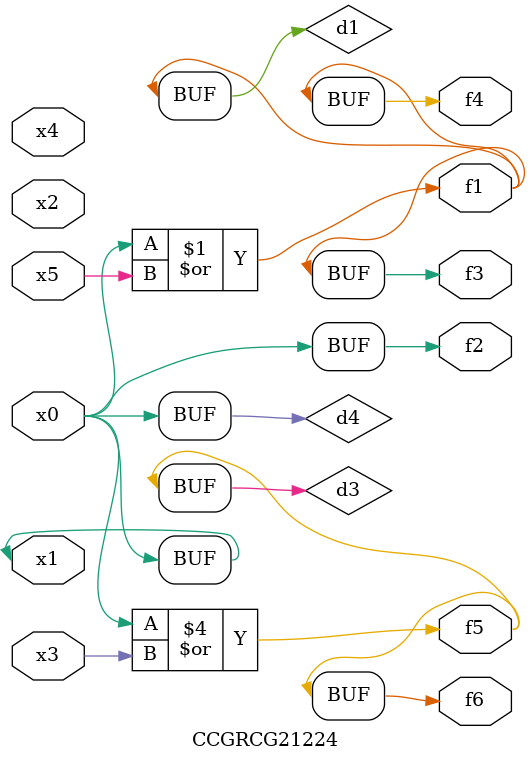
<source format=v>
module CCGRCG21224(
	input x0, x1, x2, x3, x4, x5,
	output f1, f2, f3, f4, f5, f6
);

	wire d1, d2, d3, d4;

	or (d1, x0, x5);
	xnor (d2, x1, x4);
	or (d3, x0, x3);
	buf (d4, x0, x1);
	assign f1 = d1;
	assign f2 = d4;
	assign f3 = d1;
	assign f4 = d1;
	assign f5 = d3;
	assign f6 = d3;
endmodule

</source>
